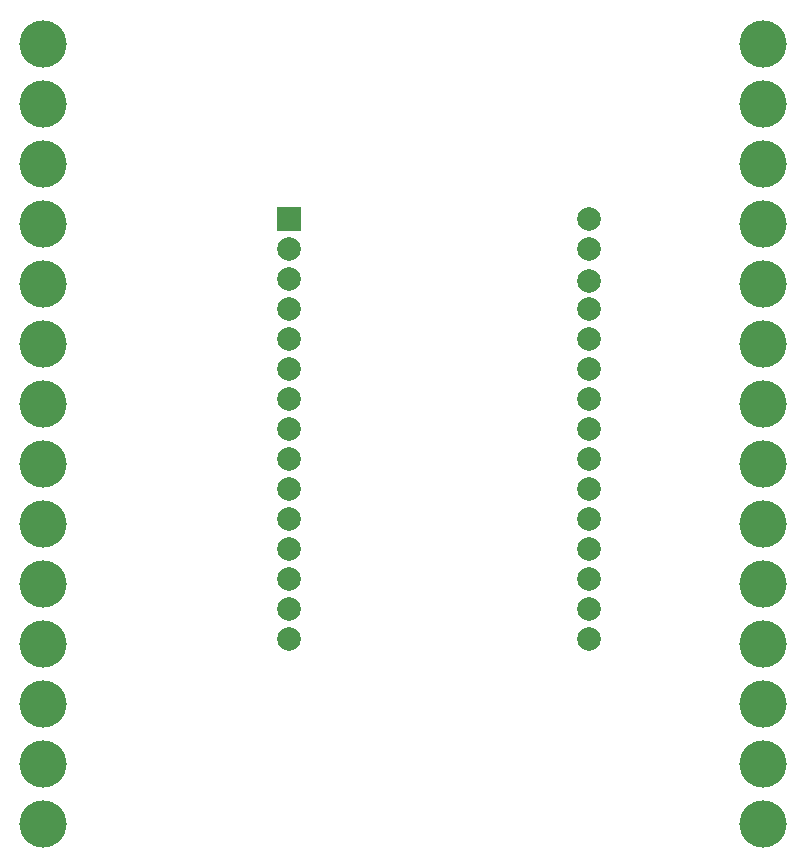
<source format=gbp>
G04 Layer: BottomPasteMaskLayer*
G04 EasyEDA v6.3.22, 2020-03-31T10:39:25+02:00*
G04 031d35559eb5429b949d46eb78df2012,abd45e37305a4832af207281f16f9658,10*
G04 Gerber Generator version 0.2*
G04 Scale: 100 percent, Rotated: No, Reflected: No *
G04 Dimensions in millimeters *
G04 leading zeros omitted , absolute positions ,3 integer and 3 decimal *
%FSLAX33Y33*%
%MOMM*%
G90*
G71D02*

%ADD12C,3.999992*%
%ADD13C,1.999996*%
%ADD14R,1.999996X1.999996*%

%LPD*%
G54D12*
G01X7747Y71501D03*
G01X7747Y66421D03*
G01X7747Y61341D03*
G01X7747Y56261D03*
G01X7747Y51181D03*
G01X7747Y46101D03*
G01X7747Y41021D03*
G01X7747Y35941D03*
G01X7747Y30861D03*
G01X7747Y25781D03*
G01X7747Y20701D03*
G01X7747Y15621D03*
G01X7747Y10541D03*
G01X7747Y5461D03*
G54D13*
G01X53975Y41402D03*
G01X53975Y43942D03*
G01X53975Y46482D03*
G01X53975Y49022D03*
G01X53975Y51435D03*
G01X53975Y54102D03*
G01X53975Y56642D03*
G01X53975Y21082D03*
G01X53975Y23622D03*
G01X53975Y26162D03*
G01X53975Y28702D03*
G01X53975Y31242D03*
G01X53975Y33782D03*
G01X53975Y36322D03*
G01X53975Y38862D03*
G01X28575Y21082D03*
G01X28575Y23622D03*
G01X28575Y26162D03*
G01X28575Y28702D03*
G01X28575Y31242D03*
G01X28575Y33782D03*
G01X28575Y36322D03*
G01X28575Y38862D03*
G01X28575Y41402D03*
G01X28575Y43942D03*
G01X28575Y46482D03*
G01X28575Y49022D03*
G01X28575Y51562D03*
G01X28575Y54102D03*
G54D14*
G01X28575Y56642D03*
G54D12*
G01X68707Y71501D03*
G01X68707Y66421D03*
G01X68707Y61341D03*
G01X68707Y56261D03*
G01X68707Y51181D03*
G01X68707Y46101D03*
G01X68707Y41021D03*
G01X68707Y35941D03*
G01X68707Y30861D03*
G01X68707Y25781D03*
G01X68707Y20701D03*
G01X68707Y15621D03*
G01X68707Y10541D03*
G01X68707Y5461D03*
M00*
M02*

</source>
